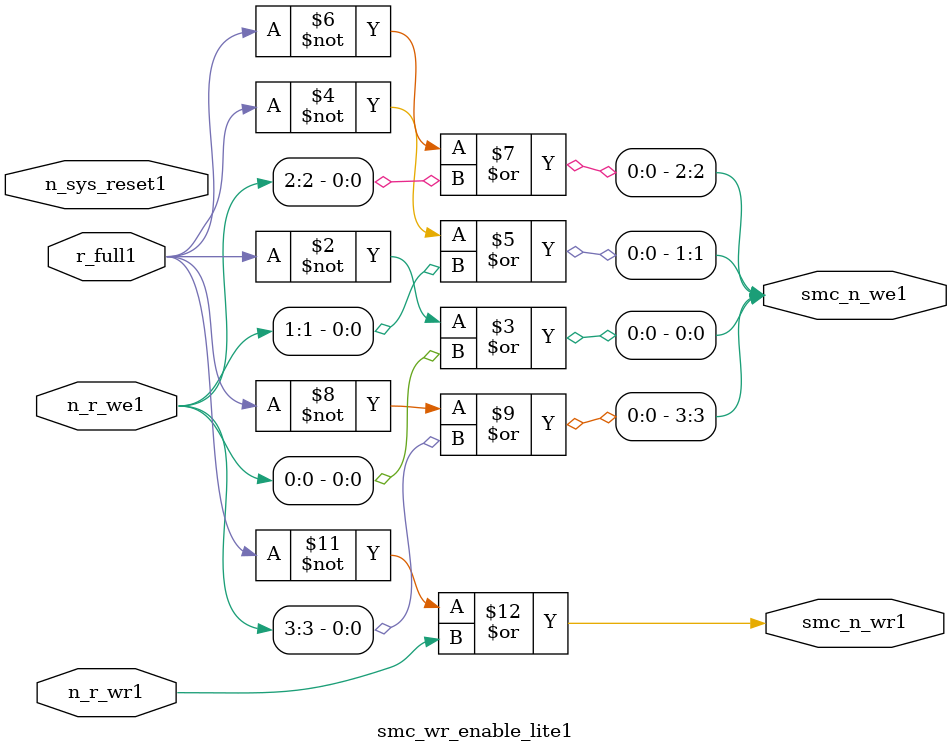
<source format=v>


  module smc_wr_enable_lite1 (

                      //inputs1                      

                      n_sys_reset1,
                      r_full1,
                      n_r_we1,
                      n_r_wr1,

                      //outputs1

                      smc_n_we1,
                      smc_n_wr1);

//I1/O1
   
   input             n_sys_reset1;   //system reset
   input             r_full1;    // Full cycle write strobe1
   input [3:0]       n_r_we1;    //write enable from smc_strobe1
   input             n_r_wr1;    //write strobe1 from smc_strobe1
   output [3:0]      smc_n_we1;  // write enable (active low1)
   output            smc_n_wr1;  // write strobe1 (active low1)
   
   
//output reg declaration1.
   
   reg [3:0]          smc_n_we1;
   reg                smc_n_wr1;

//----------------------------------------------------------------------
// negedge strobes1 with clock1.
//----------------------------------------------------------------------
      

//----------------------------------------------------------------------
      
//--------------------------------------------------------------------
// Gate1 Write strobes1 with clock1.
//--------------------------------------------------------------------

  always @(r_full1 or n_r_we1)
  
  begin
  
     smc_n_we1[0] = ((~r_full1  ) | n_r_we1[0] );

     smc_n_we1[1] = ((~r_full1  ) | n_r_we1[1] );

     smc_n_we1[2] = ((~r_full1  ) | n_r_we1[2] );

     smc_n_we1[3] = ((~r_full1  ) | n_r_we1[3] );

  
  end

//--------------------------------------------------------------------   
//write strobe1 generation1
//--------------------------------------------------------------------   

  always @(n_r_wr1 or r_full1 )
  
     begin
  
        smc_n_wr1 = ((~r_full1 ) | n_r_wr1 );
       
     end

endmodule // smc_wr_enable1


</source>
